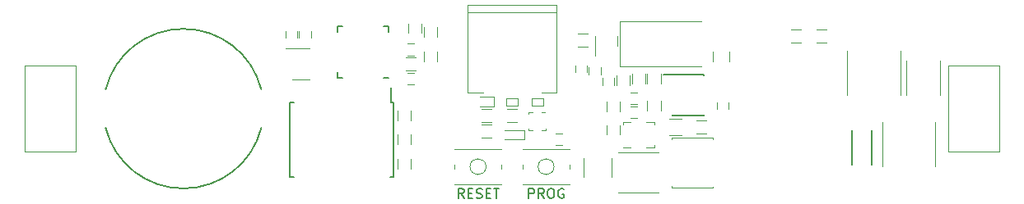
<source format=gbr>
G04 #@! TF.GenerationSoftware,KiCad,Pcbnew,(5.0.2)-1*
G04 #@! TF.CreationDate,2019-02-15T16:33:02-08:00*
G04 #@! TF.ProjectId,nixie_bottom_board,6e697869-655f-4626-9f74-746f6d5f626f,rev?*
G04 #@! TF.SameCoordinates,Original*
G04 #@! TF.FileFunction,Legend,Top*
G04 #@! TF.FilePolarity,Positive*
%FSLAX46Y46*%
G04 Gerber Fmt 4.6, Leading zero omitted, Abs format (unit mm)*
G04 Created by KiCad (PCBNEW (5.0.2)-1) date 2/15/2019 4:33:02 PM*
%MOMM*%
%LPD*%
G01*
G04 APERTURE LIST*
%ADD10C,0.200000*%
%ADD11C,0.120000*%
%ADD12C,0.150000*%
G04 APERTURE END LIST*
D10*
X151714285Y-109252380D02*
X151714285Y-108252380D01*
X152095238Y-108252380D01*
X152190476Y-108300000D01*
X152238095Y-108347619D01*
X152285714Y-108442857D01*
X152285714Y-108585714D01*
X152238095Y-108680952D01*
X152190476Y-108728571D01*
X152095238Y-108776190D01*
X151714285Y-108776190D01*
X153285714Y-109252380D02*
X152952380Y-108776190D01*
X152714285Y-109252380D02*
X152714285Y-108252380D01*
X153095238Y-108252380D01*
X153190476Y-108300000D01*
X153238095Y-108347619D01*
X153285714Y-108442857D01*
X153285714Y-108585714D01*
X153238095Y-108680952D01*
X153190476Y-108728571D01*
X153095238Y-108776190D01*
X152714285Y-108776190D01*
X153904761Y-108252380D02*
X154095238Y-108252380D01*
X154190476Y-108300000D01*
X154285714Y-108395238D01*
X154333333Y-108585714D01*
X154333333Y-108919047D01*
X154285714Y-109109523D01*
X154190476Y-109204761D01*
X154095238Y-109252380D01*
X153904761Y-109252380D01*
X153809523Y-109204761D01*
X153714285Y-109109523D01*
X153666666Y-108919047D01*
X153666666Y-108585714D01*
X153714285Y-108395238D01*
X153809523Y-108300000D01*
X153904761Y-108252380D01*
X155285714Y-108300000D02*
X155190476Y-108252380D01*
X155047619Y-108252380D01*
X154904761Y-108300000D01*
X154809523Y-108395238D01*
X154761904Y-108490476D01*
X154714285Y-108680952D01*
X154714285Y-108823809D01*
X154761904Y-109014285D01*
X154809523Y-109109523D01*
X154904761Y-109204761D01*
X155047619Y-109252380D01*
X155142857Y-109252380D01*
X155285714Y-109204761D01*
X155333333Y-109157142D01*
X155333333Y-108823809D01*
X155142857Y-108823809D01*
X145047619Y-109252380D02*
X144714285Y-108776190D01*
X144476190Y-109252380D02*
X144476190Y-108252380D01*
X144857142Y-108252380D01*
X144952380Y-108300000D01*
X145000000Y-108347619D01*
X145047619Y-108442857D01*
X145047619Y-108585714D01*
X145000000Y-108680952D01*
X144952380Y-108728571D01*
X144857142Y-108776190D01*
X144476190Y-108776190D01*
X145476190Y-108728571D02*
X145809523Y-108728571D01*
X145952380Y-109252380D02*
X145476190Y-109252380D01*
X145476190Y-108252380D01*
X145952380Y-108252380D01*
X146333333Y-109204761D02*
X146476190Y-109252380D01*
X146714285Y-109252380D01*
X146809523Y-109204761D01*
X146857142Y-109157142D01*
X146904761Y-109061904D01*
X146904761Y-108966666D01*
X146857142Y-108871428D01*
X146809523Y-108823809D01*
X146714285Y-108776190D01*
X146523809Y-108728571D01*
X146428571Y-108680952D01*
X146380952Y-108633333D01*
X146333333Y-108538095D01*
X146333333Y-108442857D01*
X146380952Y-108347619D01*
X146428571Y-108300000D01*
X146523809Y-108252380D01*
X146761904Y-108252380D01*
X146904761Y-108300000D01*
X147333333Y-108728571D02*
X147666666Y-108728571D01*
X147809523Y-109252380D02*
X147333333Y-109252380D01*
X147333333Y-108252380D01*
X147809523Y-108252380D01*
X148095238Y-108252380D02*
X148666666Y-108252380D01*
X148380952Y-109252380D02*
X148380952Y-108252380D01*
D11*
G04 #@! TO.C,U5*
X127400000Y-97010000D02*
X129200000Y-97010000D01*
X129200000Y-93790000D02*
X126750000Y-93790000D01*
D12*
G04 #@! TO.C,U2*
X132025000Y-96775000D02*
X132550000Y-96775000D01*
X132025000Y-91525000D02*
X132550000Y-91525000D01*
X137275000Y-91525000D02*
X136750000Y-91525000D01*
X137275000Y-96775000D02*
X136750000Y-96775000D01*
X132025000Y-91525000D02*
X132025000Y-92050000D01*
X137275000Y-91525000D02*
X137275000Y-92050000D01*
X132025000Y-96775000D02*
X132025000Y-96250000D01*
D11*
G04 #@! TO.C,C11*
X157320000Y-105100000D02*
X157320000Y-107100000D01*
X160280000Y-107100000D02*
X160280000Y-105100000D01*
G04 #@! TO.C,R20*
X181300000Y-91820000D02*
X182300000Y-91820000D01*
X182300000Y-93180000D02*
X181300000Y-93180000D01*
G04 #@! TO.C,R21*
X178700000Y-91820000D02*
X179700000Y-91820000D01*
X179700000Y-93180000D02*
X178700000Y-93180000D01*
G04 #@! TO.C,L1*
X165100000Y-108700000D02*
X160900000Y-108700000D01*
X165100000Y-104500000D02*
X160900000Y-104500000D01*
G04 #@! TO.C,C17*
X157700000Y-95550000D02*
X157700000Y-96250000D01*
X156500000Y-96250000D02*
X156500000Y-95550000D01*
G04 #@! TO.C,D5*
X151300000Y-103200000D02*
X149200000Y-103200000D01*
X151300000Y-102200000D02*
X149200000Y-102200000D01*
X151300000Y-103200000D02*
X151300000Y-102200000D01*
G04 #@! TO.C,R13*
X146900000Y-101620000D02*
X147900000Y-101620000D01*
X147900000Y-102980000D02*
X146900000Y-102980000D01*
G04 #@! TO.C,J1*
X154600000Y-90010000D02*
X145400000Y-90010000D01*
X154600000Y-89310000D02*
X145400000Y-89310000D01*
X154600000Y-98300000D02*
X153000000Y-98300000D01*
X154600000Y-98300000D02*
X154600000Y-89310000D01*
X145400000Y-98300000D02*
X145400000Y-89310000D01*
X147000000Y-98300000D02*
X145400000Y-98300000D01*
G04 #@! TO.C,C12*
X139250000Y-96300000D02*
X139950000Y-96300000D01*
X139950000Y-97500000D02*
X139250000Y-97500000D01*
G04 #@! TO.C,C13*
X139950000Y-94500000D02*
X139250000Y-94500000D01*
X139250000Y-93300000D02*
X139950000Y-93300000D01*
D12*
G04 #@! TO.C,U4*
X137825000Y-99325000D02*
X137550000Y-99325000D01*
X137825000Y-107075000D02*
X137470000Y-107075000D01*
X127175000Y-107075000D02*
X127530000Y-107075000D01*
X127175000Y-99325000D02*
X127530000Y-99325000D01*
X137825000Y-99325000D02*
X137825000Y-107075000D01*
X127175000Y-99325000D02*
X127175000Y-107075000D01*
X137550000Y-99325000D02*
X137550000Y-97800000D01*
D11*
G04 #@! TO.C,R1*
X150500000Y-101380000D02*
X149500000Y-101380000D01*
X149500000Y-100020000D02*
X150500000Y-100020000D01*
G04 #@! TO.C,J4*
X99900000Y-104450000D02*
X99900000Y-95550000D01*
X105100000Y-104450000D02*
X99900000Y-104450000D01*
X105100000Y-95550000D02*
X105100000Y-104450000D01*
X99900000Y-95550000D02*
X105100000Y-95550000D01*
G04 #@! TO.C,J3*
X194900000Y-104450000D02*
X194900000Y-95550000D01*
X200100000Y-104450000D02*
X194900000Y-104450000D01*
X200100000Y-95550000D02*
X200100000Y-104450000D01*
X194900000Y-95550000D02*
X200100000Y-95550000D01*
G04 #@! TO.C,U1*
X153050000Y-100400000D02*
X153400000Y-100400000D01*
X151700000Y-100400000D02*
X152150000Y-100400000D01*
X151700000Y-100500000D02*
X151700000Y-100400000D01*
X151700000Y-102200000D02*
X151700000Y-102100000D01*
X152150000Y-102200000D02*
X151700000Y-102200000D01*
X153500000Y-102200000D02*
X153050000Y-102200000D01*
X153500000Y-102100000D02*
X153500000Y-102200000D01*
G04 #@! TO.C,U3*
X162200000Y-104050000D02*
X161400000Y-104050000D01*
X161400000Y-101350000D02*
X161400000Y-101650000D01*
X162200000Y-101350000D02*
X161400000Y-101350000D01*
X164600000Y-104050000D02*
X163800000Y-104050000D01*
X164600000Y-103750000D02*
X164600000Y-104050000D01*
X164600000Y-101350000D02*
X163800000Y-101350000D01*
X164600000Y-101650000D02*
X164600000Y-101350000D01*
G04 #@! TO.C,SW1*
X148900000Y-105800000D02*
X148900000Y-106200000D01*
X144100000Y-105800000D02*
X144100000Y-106200000D01*
X148900000Y-107800000D02*
X144100000Y-107800000D01*
X144100000Y-104200000D02*
X148900000Y-104200000D01*
X147324621Y-106000000D02*
G75*
G03X147324621Y-106000000I-824621J0D01*
G01*
G04 #@! TO.C,SW2*
X155900000Y-105800000D02*
X155900000Y-106200000D01*
X151100000Y-105800000D02*
X151100000Y-106200000D01*
X155900000Y-107800000D02*
X151100000Y-107800000D01*
X151100000Y-104200000D02*
X155900000Y-104200000D01*
X154324621Y-106000000D02*
G75*
G03X154324621Y-106000000I-824621J0D01*
G01*
G04 #@! TO.C,D2*
X153200000Y-98900000D02*
X153200000Y-99700000D01*
X152000000Y-98900000D02*
X153200000Y-98900000D01*
X152000000Y-99700000D02*
X152000000Y-98900000D01*
X153200000Y-99700000D02*
X152000000Y-99700000D01*
G04 #@! TO.C,D3*
X149400000Y-99700000D02*
X149400000Y-98900000D01*
X150600000Y-99700000D02*
X149400000Y-99700000D01*
X150600000Y-98900000D02*
X150600000Y-99700000D01*
X149400000Y-98900000D02*
X150600000Y-98900000D01*
G04 #@! TO.C,D1*
X148100000Y-98800000D02*
X146700000Y-98800000D01*
X148100000Y-99800000D02*
X148100000Y-98800000D01*
X146700000Y-99800000D02*
X148100000Y-99800000D01*
G04 #@! TO.C,C16*
X127900000Y-91950000D02*
X127900000Y-92650000D01*
X126700000Y-92650000D02*
X126700000Y-91950000D01*
G04 #@! TO.C,R3*
X147900000Y-101380000D02*
X146900000Y-101380000D01*
X146900000Y-100020000D02*
X147900000Y-100020000D01*
G04 #@! TO.C,C3*
X162850000Y-101000000D02*
X162150000Y-101000000D01*
X162150000Y-99800000D02*
X162850000Y-99800000D01*
G04 #@! TO.C,C1*
X161075000Y-90950000D02*
X169475000Y-90950000D01*
X161075000Y-95650000D02*
X169475000Y-95650000D01*
X161075000Y-90950000D02*
X161075000Y-95650000D01*
G04 #@! TO.C,Q1*
X166385000Y-103000000D02*
X166385000Y-103200000D01*
X170685000Y-103000000D02*
X166385000Y-103000000D01*
X170685000Y-103150000D02*
X170685000Y-103000000D01*
X170685000Y-108200000D02*
X170685000Y-108050000D01*
X166385000Y-108200000D02*
X170685000Y-108200000D01*
X166385000Y-108000000D02*
X166385000Y-108200000D01*
G04 #@! TO.C,C15*
X129300000Y-91950000D02*
X129300000Y-92650000D01*
X128100000Y-92650000D02*
X128100000Y-91950000D01*
G04 #@! TO.C,C14*
X155150000Y-103800000D02*
X154450000Y-103800000D01*
X154450000Y-102600000D02*
X155150000Y-102600000D01*
G04 #@! TO.C,C2*
X159100000Y-95750000D02*
X159100000Y-96450000D01*
X157900000Y-96450000D02*
X157900000Y-95750000D01*
G04 #@! TO.C,C6*
X162850000Y-99500000D02*
X162150000Y-99500000D01*
X162150000Y-98300000D02*
X162850000Y-98300000D01*
G04 #@! TO.C,C4*
X170650000Y-94100000D02*
X170650000Y-95100000D01*
X172350000Y-95100000D02*
X172350000Y-94100000D01*
G04 #@! TO.C,C9*
X190570000Y-95000000D02*
X190570000Y-98600000D01*
X194030000Y-98600000D02*
X194030000Y-95000000D01*
G04 #@! TO.C,C8*
X193530000Y-106000000D02*
X193530000Y-101400000D01*
X188070000Y-101400000D02*
X188070000Y-106000000D01*
G04 #@! TO.C,R19*
X139580000Y-100200000D02*
X139580000Y-101200000D01*
X138220000Y-101200000D02*
X138220000Y-100200000D01*
G04 #@! TO.C,R18*
X139100000Y-94720000D02*
X140100000Y-94720000D01*
X140100000Y-96080000D02*
X139100000Y-96080000D01*
G04 #@! TO.C,R17*
X159720000Y-100300000D02*
X159720000Y-99300000D01*
X161080000Y-99300000D02*
X161080000Y-100300000D01*
G04 #@! TO.C,R16*
X159720000Y-102700000D02*
X159720000Y-101700000D01*
X161080000Y-101700000D02*
X161080000Y-102700000D01*
G04 #@! TO.C,C5*
X160500000Y-96850000D02*
X160500000Y-97550000D01*
X159300000Y-97550000D02*
X159300000Y-96850000D01*
G04 #@! TO.C,C7*
X171100000Y-100050000D02*
X171100000Y-99350000D01*
X172300000Y-99350000D02*
X172300000Y-100050000D01*
G04 #@! TO.C,R9*
X162320000Y-97400000D02*
X162320000Y-96400000D01*
X163680000Y-96400000D02*
X163680000Y-97400000D01*
G04 #@! TO.C,R6*
X165280000Y-99200000D02*
X165280000Y-100200000D01*
X163920000Y-100200000D02*
X163920000Y-99200000D01*
G04 #@! TO.C,R7*
X160720000Y-97600000D02*
X160720000Y-96600000D01*
X162080000Y-96600000D02*
X162080000Y-97600000D01*
G04 #@! TO.C,R5*
X138220000Y-106200000D02*
X138220000Y-105200000D01*
X139580000Y-105200000D02*
X139580000Y-106200000D01*
G04 #@! TO.C,R2*
X142280000Y-94100000D02*
X142280000Y-95100000D01*
X140920000Y-95100000D02*
X140920000Y-94100000D01*
G04 #@! TO.C,R8*
X170000000Y-102580000D02*
X169000000Y-102580000D01*
X169000000Y-101220000D02*
X170000000Y-101220000D01*
G04 #@! TO.C,R10*
X165280000Y-96400000D02*
X165280000Y-97400000D01*
X163920000Y-97400000D02*
X163920000Y-96400000D01*
G04 #@! TO.C,C10*
X189930000Y-98600000D02*
X189930000Y-94000000D01*
X184470000Y-94000000D02*
X184470000Y-98600000D01*
G04 #@! TO.C,R4*
X139580000Y-102700000D02*
X139580000Y-103700000D01*
X138220000Y-103700000D02*
X138220000Y-102700000D01*
G04 #@! TO.C,R11*
X166200000Y-101020000D02*
X167400000Y-101020000D01*
X167400000Y-102780000D02*
X166200000Y-102780000D01*
D12*
G04 #@! TO.C,U6*
X166475000Y-96475000D02*
X165550000Y-96475000D01*
X166475000Y-100725000D02*
X169725000Y-100725000D01*
X166475000Y-96475000D02*
X169725000Y-96475000D01*
X166475000Y-100725000D02*
X166475000Y-100660000D01*
X169725000Y-100725000D02*
X169725000Y-100660000D01*
X169725000Y-96475000D02*
X169725000Y-96540000D01*
G04 #@! TO.C,D4*
X187000000Y-105800000D02*
X187000000Y-102200000D01*
X185000000Y-105800000D02*
X185000000Y-102200000D01*
D11*
G04 #@! TO.C,R12*
X142280000Y-91600000D02*
X142280000Y-92600000D01*
X140920000Y-92600000D02*
X140920000Y-91600000D01*
G04 #@! TO.C,R14*
X157800000Y-93580000D02*
X156800000Y-93580000D01*
X156800000Y-92220000D02*
X157800000Y-92220000D01*
G04 #@! TO.C,R15*
X140680000Y-91200000D02*
X140680000Y-92200000D01*
X139320000Y-92200000D02*
X139320000Y-91200000D01*
G04 #@! TO.C,U7*
X158580000Y-94500000D02*
X158580000Y-92500000D01*
X160820000Y-92500000D02*
X160820000Y-93500000D01*
D12*
G04 #@! TO.C,BT1*
X108200001Y-98000000D02*
G75*
G02X124199999Y-98000001I7999999J-2000000D01*
G01*
X124199999Y-102000000D02*
G75*
G02X108200001Y-101999999I-7999999J2000000D01*
G01*
G04 #@! TD*
M02*

</source>
